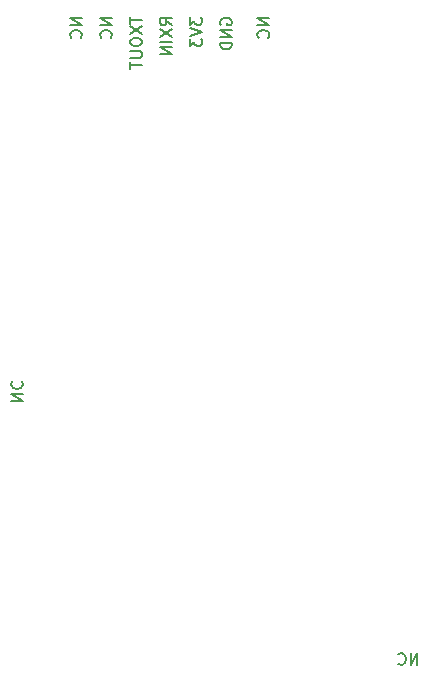
<source format=gbo>
G04 #@! TF.GenerationSoftware,KiCad,Pcbnew,(6.0.9)*
G04 #@! TF.CreationDate,2024-05-06T14:48:15+09:00*
G04 #@! TF.ProjectId,CommunicationBoard,436f6d6d-756e-4696-9361-74696f6e426f,rev?*
G04 #@! TF.SameCoordinates,PX8a48640PY5f5e100*
G04 #@! TF.FileFunction,Legend,Bot*
G04 #@! TF.FilePolarity,Positive*
%FSLAX46Y46*%
G04 Gerber Fmt 4.6, Leading zero omitted, Abs format (unit mm)*
G04 Created by KiCad (PCBNEW (6.0.9)) date 2024-05-06 14:48:15*
%MOMM*%
%LPD*%
G01*
G04 APERTURE LIST*
G04 Aperture macros list*
%AMHorizOval*
0 Thick line with rounded ends*
0 $1 width*
0 $2 $3 position (X,Y) of the first rounded end (center of the circle)*
0 $4 $5 position (X,Y) of the second rounded end (center of the circle)*
0 Add line between two ends*
20,1,$1,$2,$3,$4,$5,0*
0 Add two circle primitives to create the rounded ends*
1,1,$1,$2,$3*
1,1,$1,$4,$5*%
G04 Aperture macros list end*
%ADD10C,0.150000*%
%ADD11C,2.200000*%
%ADD12R,1.700000X1.700000*%
%ADD13O,1.700000X1.700000*%
%ADD14C,0.650000*%
%ADD15O,1.000000X1.800000*%
%ADD16O,1.000000X2.100000*%
%ADD17HorizOval,3.100000X0.424264X0.424264X-0.424264X-0.424264X0*%
G04 APERTURE END LIST*
D10*
X-19867620Y26334405D02*
X-20867620Y26334405D01*
X-19867620Y25762977D01*
X-20867620Y25762977D01*
X-19962858Y24715358D02*
X-19915239Y24762977D01*
X-19867620Y24905834D01*
X-19867620Y25001072D01*
X-19915239Y25143929D01*
X-20010477Y25239167D01*
X-20105715Y25286786D01*
X-20296191Y25334405D01*
X-20439048Y25334405D01*
X-20629524Y25286786D01*
X-20724762Y25239167D01*
X-20820000Y25143929D01*
X-20867620Y25001072D01*
X-20867620Y24905834D01*
X-20820000Y24762977D01*
X-20772381Y24715358D01*
X-13247620Y26429643D02*
X-13247620Y25810596D01*
X-12866667Y26143929D01*
X-12866667Y26001072D01*
X-12819048Y25905834D01*
X-12771429Y25858215D01*
X-12676191Y25810596D01*
X-12438096Y25810596D01*
X-12342858Y25858215D01*
X-12295239Y25905834D01*
X-12247620Y26001072D01*
X-12247620Y26286786D01*
X-12295239Y26382024D01*
X-12342858Y26429643D01*
X-13247620Y25524881D02*
X-12247620Y25191548D01*
X-13247620Y24858215D01*
X-13247620Y24620120D02*
X-13247620Y24001072D01*
X-12866667Y24334405D01*
X-12866667Y24191548D01*
X-12819048Y24096310D01*
X-12771429Y24048691D01*
X-12676191Y24001072D01*
X-12438096Y24001072D01*
X-12342858Y24048691D01*
X-12295239Y24096310D01*
X-12247620Y24191548D01*
X-12247620Y24477262D01*
X-12295239Y24572500D01*
X-12342858Y24620120D01*
X-14787620Y25762977D02*
X-15263810Y26096310D01*
X-14787620Y26334405D02*
X-15787620Y26334405D01*
X-15787620Y25953453D01*
X-15740000Y25858215D01*
X-15692381Y25810596D01*
X-15597143Y25762977D01*
X-15454286Y25762977D01*
X-15359048Y25810596D01*
X-15311429Y25858215D01*
X-15263810Y25953453D01*
X-15263810Y26334405D01*
X-15787620Y25429643D02*
X-14787620Y24762977D01*
X-15787620Y24762977D02*
X-14787620Y25429643D01*
X-14787620Y24382024D02*
X-15787620Y24382024D01*
X-14787620Y23905834D02*
X-15787620Y23905834D01*
X-14787620Y23334405D01*
X-15787620Y23334405D01*
X-18327620Y26477262D02*
X-18327620Y25905834D01*
X-17327620Y26191548D02*
X-18327620Y26191548D01*
X-18327620Y25667739D02*
X-17327620Y25001072D01*
X-18327620Y25001072D02*
X-17327620Y25667739D01*
X-18327620Y24429643D02*
X-18327620Y24239167D01*
X-18280000Y24143929D01*
X-18184762Y24048691D01*
X-17994286Y24001072D01*
X-17660953Y24001072D01*
X-17470477Y24048691D01*
X-17375239Y24143929D01*
X-17327620Y24239167D01*
X-17327620Y24429643D01*
X-17375239Y24524881D01*
X-17470477Y24620120D01*
X-17660953Y24667739D01*
X-17994286Y24667739D01*
X-18184762Y24620120D01*
X-18280000Y24524881D01*
X-18327620Y24429643D01*
X-18327620Y23572500D02*
X-17518096Y23572500D01*
X-17422858Y23524881D01*
X-17375239Y23477262D01*
X-17327620Y23382024D01*
X-17327620Y23191548D01*
X-17375239Y23096310D01*
X-17422858Y23048691D01*
X-17518096Y23001072D01*
X-18327620Y23001072D01*
X-18327620Y22667739D02*
X-18327620Y22096310D01*
X-17327620Y22382024D02*
X-18327620Y22382024D01*
X-6532620Y26334405D02*
X-7532620Y26334405D01*
X-6532620Y25762977D01*
X-7532620Y25762977D01*
X-6627858Y24715358D02*
X-6580239Y24762977D01*
X-6532620Y24905834D01*
X-6532620Y25001072D01*
X-6580239Y25143929D01*
X-6675477Y25239167D01*
X-6770715Y25286786D01*
X-6961191Y25334405D01*
X-7104048Y25334405D01*
X-7294524Y25286786D01*
X-7389762Y25239167D01*
X-7485000Y25143929D01*
X-7532620Y25001072D01*
X-7532620Y24905834D01*
X-7485000Y24762977D01*
X-7437381Y24715358D01*
X6014404Y-28392380D02*
X6014404Y-27392380D01*
X5442976Y-28392380D01*
X5442976Y-27392380D01*
X4395357Y-28297142D02*
X4442976Y-28344761D01*
X4585833Y-28392380D01*
X4681071Y-28392380D01*
X4823928Y-28344761D01*
X4919166Y-28249523D01*
X4966785Y-28154285D01*
X5014404Y-27963809D01*
X5014404Y-27820952D01*
X4966785Y-27630476D01*
X4919166Y-27535238D01*
X4823928Y-27440000D01*
X4681071Y-27392380D01*
X4585833Y-27392380D01*
X4442976Y-27440000D01*
X4395357Y-27487619D01*
X-28392381Y-6014404D02*
X-27392381Y-6014404D01*
X-28392381Y-5442976D01*
X-27392381Y-5442976D01*
X-28297143Y-4395357D02*
X-28344762Y-4442976D01*
X-28392381Y-4585833D01*
X-28392381Y-4681071D01*
X-28344762Y-4823928D01*
X-28249524Y-4919166D01*
X-28154286Y-4966785D01*
X-27963810Y-5014404D01*
X-27820953Y-5014404D01*
X-27630477Y-4966785D01*
X-27535239Y-4919166D01*
X-27440000Y-4823928D01*
X-27392381Y-4681071D01*
X-27392381Y-4585833D01*
X-27440000Y-4442976D01*
X-27487620Y-4395357D01*
X-22407620Y26334405D02*
X-23407620Y26334405D01*
X-22407620Y25762977D01*
X-23407620Y25762977D01*
X-22502858Y24715358D02*
X-22455239Y24762977D01*
X-22407620Y24905834D01*
X-22407620Y25001072D01*
X-22455239Y25143929D01*
X-22550477Y25239167D01*
X-22645715Y25286786D01*
X-22836191Y25334405D01*
X-22979048Y25334405D01*
X-23169524Y25286786D01*
X-23264762Y25239167D01*
X-23360000Y25143929D01*
X-23407620Y25001072D01*
X-23407620Y24905834D01*
X-23360000Y24762977D01*
X-23312381Y24715358D01*
X-10660000Y25810596D02*
X-10707620Y25905834D01*
X-10707620Y26048691D01*
X-10660000Y26191548D01*
X-10564762Y26286786D01*
X-10469524Y26334405D01*
X-10279048Y26382024D01*
X-10136191Y26382024D01*
X-9945715Y26334405D01*
X-9850477Y26286786D01*
X-9755239Y26191548D01*
X-9707620Y26048691D01*
X-9707620Y25953453D01*
X-9755239Y25810596D01*
X-9802858Y25762977D01*
X-10136191Y25762977D01*
X-10136191Y25953453D01*
X-9707620Y25334405D02*
X-10707620Y25334405D01*
X-9707620Y24762977D01*
X-10707620Y24762977D01*
X-9707620Y24286786D02*
X-10707620Y24286786D01*
X-10707620Y24048691D01*
X-10660000Y23905834D01*
X-10564762Y23810596D01*
X-10469524Y23762977D01*
X-10279048Y23715358D01*
X-10136191Y23715358D01*
X-9945715Y23762977D01*
X-9850477Y23810596D01*
X-9755239Y23905834D01*
X-9707620Y24048691D01*
X-9707620Y24286786D01*
%LPC*%
D11*
X-27500000Y27500000D03*
D12*
X-27940000Y-7620000D03*
D13*
X-27940000Y-10160000D03*
X-27940000Y-12700000D03*
X-27940000Y-15240000D03*
X-27940000Y-17780000D03*
X-27940000Y-20320000D03*
X-27940000Y-22860000D03*
D11*
X-27500000Y-27500000D03*
D12*
X7620000Y-27940000D03*
D13*
X10160000Y-27940000D03*
X12700000Y-27940000D03*
X15240000Y-27940000D03*
X17780000Y-27940000D03*
X20320000Y-27940000D03*
X22860000Y-27940000D03*
D11*
X27500000Y-27500000D03*
D14*
X-4414000Y23422000D03*
X1366000Y23422000D03*
D15*
X2796000Y27102000D03*
D16*
X-5844000Y22922000D03*
X2796000Y22922000D03*
D15*
X-5844000Y27102000D03*
D17*
X-14900000Y6300000D03*
D12*
X-7620000Y27940000D03*
D13*
X-10160000Y27940000D03*
X-12700000Y27940000D03*
X-15240000Y27940000D03*
X-17780000Y27940000D03*
X-20320000Y27940000D03*
X-22860000Y27940000D03*
M02*

</source>
